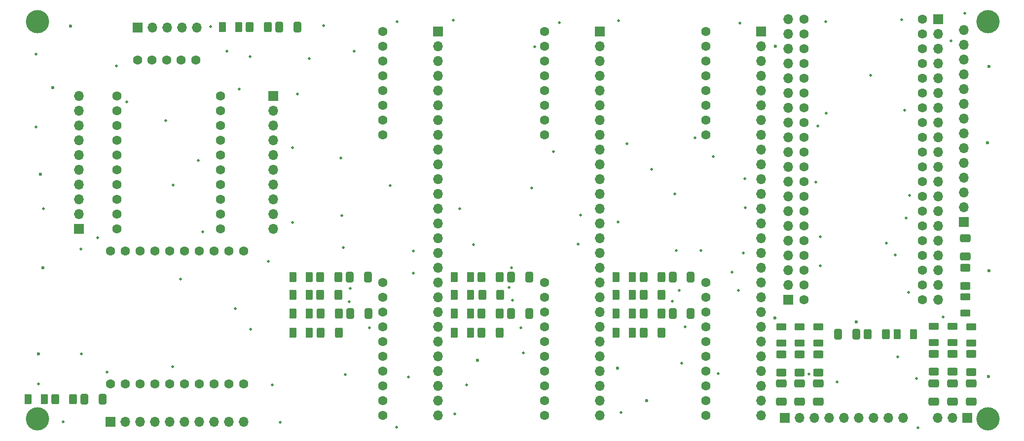
<source format=gts>
G04 #@! TF.GenerationSoftware,KiCad,Pcbnew,8.0.0*
G04 #@! TF.CreationDate,2025-01-04T20:19:00+01:00*
G04 #@! TF.ProjectId,motherbard,6d6f7468-6572-4626-9172-642e6b696361,rev?*
G04 #@! TF.SameCoordinates,Original*
G04 #@! TF.FileFunction,Soldermask,Top*
G04 #@! TF.FilePolarity,Negative*
%FSLAX46Y46*%
G04 Gerber Fmt 4.6, Leading zero omitted, Abs format (unit mm)*
G04 Created by KiCad (PCBNEW 8.0.0) date 2025-01-04 20:19:00*
%MOMM*%
%LPD*%
G01*
G04 APERTURE LIST*
G04 Aperture macros list*
%AMRoundRect*
0 Rectangle with rounded corners*
0 $1 Rounding radius*
0 $2 $3 $4 $5 $6 $7 $8 $9 X,Y pos of 4 corners*
0 Add a 4 corners polygon primitive as box body*
4,1,4,$2,$3,$4,$5,$6,$7,$8,$9,$2,$3,0*
0 Add four circle primitives for the rounded corners*
1,1,$1+$1,$2,$3*
1,1,$1+$1,$4,$5*
1,1,$1+$1,$6,$7*
1,1,$1+$1,$8,$9*
0 Add four rect primitives between the rounded corners*
20,1,$1+$1,$2,$3,$4,$5,0*
20,1,$1+$1,$4,$5,$6,$7,0*
20,1,$1+$1,$6,$7,$8,$9,0*
20,1,$1+$1,$8,$9,$2,$3,0*%
G04 Aperture macros list end*
%ADD10R,1.700000X1.700000*%
%ADD11O,1.700000X1.700000*%
%ADD12RoundRect,0.250000X-0.412500X-0.650000X0.412500X-0.650000X0.412500X0.650000X-0.412500X0.650000X0*%
%ADD13RoundRect,0.250000X-0.375000X-0.625000X0.375000X-0.625000X0.375000X0.625000X-0.375000X0.625000X0*%
%ADD14RoundRect,0.250000X-0.625000X0.400000X-0.625000X-0.400000X0.625000X-0.400000X0.625000X0.400000X0*%
%ADD15RoundRect,0.250000X-0.625000X0.375000X-0.625000X-0.375000X0.625000X-0.375000X0.625000X0.375000X0*%
%ADD16RoundRect,0.250000X-0.400000X-0.625000X0.400000X-0.625000X0.400000X0.625000X-0.400000X0.625000X0*%
%ADD17RoundRect,0.250000X0.625000X-0.375000X0.625000X0.375000X-0.625000X0.375000X-0.625000X-0.375000X0*%
%ADD18C,1.600000*%
%ADD19RoundRect,0.250000X-0.650000X0.412500X-0.650000X-0.412500X0.650000X-0.412500X0.650000X0.412500X0*%
%ADD20RoundRect,0.250000X0.375000X0.625000X-0.375000X0.625000X-0.375000X-0.625000X0.375000X-0.625000X0*%
%ADD21RoundRect,0.250000X0.412500X0.650000X-0.412500X0.650000X-0.412500X-0.650000X0.412500X-0.650000X0*%
%ADD22RoundRect,0.250000X0.625000X-0.400000X0.625000X0.400000X-0.625000X0.400000X-0.625000X-0.400000X0*%
%ADD23RoundRect,0.250000X0.400000X0.625000X-0.400000X0.625000X-0.400000X-0.625000X0.400000X-0.625000X0*%
%ADD24RoundRect,0.250000X0.650000X-0.412500X0.650000X0.412500X-0.650000X0.412500X-0.650000X-0.412500X0*%
%ADD25C,4.000000*%
%ADD26C,0.500000*%
%ADD27C,0.600000*%
G04 APERTURE END LIST*
D10*
X209025000Y-130300000D03*
D11*
X206485000Y-130300000D03*
X203945000Y-130300000D03*
D12*
X158475000Y-112400000D03*
X161600000Y-112400000D03*
D13*
X121000000Y-112400000D03*
X123800000Y-112400000D03*
D12*
X90975000Y-63100000D03*
X94100000Y-63100000D03*
D13*
X148800000Y-115700000D03*
X151600000Y-115700000D03*
X93300000Y-112400000D03*
X96100000Y-112400000D03*
D10*
X145974000Y-63900000D03*
D11*
X145974000Y-66440000D03*
X145974000Y-68980000D03*
X145974000Y-71520000D03*
X145974000Y-74060000D03*
X145974000Y-76600000D03*
X145974000Y-79140000D03*
X145974000Y-81680000D03*
X145974000Y-84220000D03*
X145974000Y-86760000D03*
X145974000Y-89300000D03*
X145974000Y-91840000D03*
X145974000Y-94380000D03*
X145974000Y-96920000D03*
X145974000Y-99460000D03*
X145974000Y-102000000D03*
X145974000Y-104540000D03*
X145974000Y-107080000D03*
X145974000Y-109620000D03*
X145974000Y-112160000D03*
X145974000Y-114700000D03*
X145974000Y-117240000D03*
X145974000Y-119780000D03*
X145974000Y-122320000D03*
X145974000Y-124860000D03*
X145974000Y-127400000D03*
X145974000Y-129940000D03*
D14*
X183500000Y-119400000D03*
X183500000Y-122500000D03*
X203290000Y-119300000D03*
X203290000Y-122400000D03*
D15*
X206500000Y-114600000D03*
X206500000Y-117400000D03*
D12*
X158475000Y-106100000D03*
X161600000Y-106100000D03*
D10*
X178320000Y-110020000D03*
D11*
X178320000Y-107480000D03*
X178320000Y-104940000D03*
X178320000Y-102400000D03*
X178320000Y-99860000D03*
X178320000Y-97320000D03*
X178320000Y-94780000D03*
X178320000Y-92240000D03*
X178320000Y-89700000D03*
X178320000Y-87160000D03*
X178320000Y-84620000D03*
X178320000Y-82080000D03*
X178320000Y-79540000D03*
X178320000Y-77000000D03*
X178320000Y-74460000D03*
X178320000Y-71920000D03*
X178320000Y-69380000D03*
X178320000Y-66840000D03*
X178320000Y-64300000D03*
X178320000Y-61760000D03*
D10*
X62000000Y-130980000D03*
D11*
X64540000Y-130980000D03*
X67080000Y-130980000D03*
X69620000Y-130980000D03*
X72160000Y-130980000D03*
X74700000Y-130980000D03*
X77240000Y-130980000D03*
X79780000Y-130980000D03*
X82320000Y-130980000D03*
X84860000Y-130980000D03*
D16*
X97997500Y-106100000D03*
X101097500Y-106100000D03*
D12*
X130775000Y-106100000D03*
X133900000Y-106100000D03*
D17*
X208700000Y-112300000D03*
X208700000Y-109500000D03*
D15*
X209700000Y-114665000D03*
X209700000Y-117465000D03*
D10*
X118248000Y-63900000D03*
D11*
X118248000Y-66440000D03*
X118248000Y-68980000D03*
X118248000Y-71520000D03*
X118248000Y-74060000D03*
X118248000Y-76600000D03*
X118248000Y-79140000D03*
X118248000Y-81680000D03*
X118248000Y-84220000D03*
X118248000Y-86760000D03*
X118248000Y-89300000D03*
X118248000Y-91840000D03*
X118248000Y-94380000D03*
X118248000Y-96920000D03*
X118248000Y-99460000D03*
X118248000Y-102000000D03*
X118248000Y-104540000D03*
X118248000Y-107080000D03*
X118248000Y-109620000D03*
X118248000Y-112160000D03*
X118248000Y-114700000D03*
X118248000Y-117240000D03*
X118248000Y-119780000D03*
X118248000Y-122320000D03*
X118248000Y-124860000D03*
X118248000Y-127400000D03*
X118248000Y-129940000D03*
D14*
X177100000Y-119400000D03*
X177100000Y-122500000D03*
D10*
X208500000Y-96625000D03*
D11*
X208500000Y-94085000D03*
X208500000Y-91545000D03*
X208500000Y-89005000D03*
X208500000Y-86465000D03*
X208500000Y-83925000D03*
X208500000Y-81385000D03*
X208500000Y-78845000D03*
X208500000Y-76305000D03*
X208500000Y-73765000D03*
X208500000Y-71225000D03*
X208500000Y-68685000D03*
X208500000Y-66145000D03*
X208500000Y-63605000D03*
D16*
X98100000Y-115700000D03*
X101200000Y-115700000D03*
X153500000Y-106100000D03*
X156600000Y-106100000D03*
D12*
X57475000Y-127100000D03*
X60600000Y-127100000D03*
D13*
X121000000Y-106100000D03*
X123800000Y-106100000D03*
D18*
X201350000Y-109980000D03*
X201350000Y-107440000D03*
X201350000Y-104900000D03*
X201350000Y-102360000D03*
X201350000Y-99820000D03*
X201350000Y-97280000D03*
X201350000Y-94740000D03*
X201350000Y-92200000D03*
X201350000Y-89660000D03*
X201350000Y-87120000D03*
X201350000Y-84580000D03*
X201350000Y-82040000D03*
X201350000Y-79500000D03*
X201350000Y-76960000D03*
X201350000Y-74420000D03*
X201350000Y-71880000D03*
X201350000Y-69340000D03*
X201350000Y-66800000D03*
X201350000Y-64260000D03*
X201350000Y-61720000D03*
X181030000Y-61720000D03*
X181030000Y-64260000D03*
X181030000Y-66800000D03*
X181030000Y-69340000D03*
X181030000Y-71880000D03*
X181030000Y-74420000D03*
X181030000Y-76960000D03*
X181030000Y-79500000D03*
X181030000Y-82040000D03*
X181030000Y-84580000D03*
X181030000Y-87120000D03*
X181030000Y-89660000D03*
X181030000Y-92200000D03*
X181030000Y-94740000D03*
X181030000Y-97280000D03*
X181030000Y-99820000D03*
X181030000Y-102360000D03*
X181030000Y-104900000D03*
X181030000Y-107440000D03*
X181030000Y-109980000D03*
D19*
X203290000Y-124375000D03*
X203290000Y-127500000D03*
D16*
X98100000Y-112400000D03*
X101200000Y-112400000D03*
X125800000Y-109200000D03*
X128900000Y-109200000D03*
D13*
X121000000Y-109200000D03*
X123800000Y-109200000D03*
D19*
X206500000Y-124375000D03*
X206500000Y-127500000D03*
D13*
X93300000Y-115700000D03*
X96100000Y-115700000D03*
D15*
X203300000Y-114600000D03*
X203300000Y-117400000D03*
X177100000Y-114700000D03*
X177100000Y-117500000D03*
D20*
X199800000Y-115900000D03*
X197000000Y-115900000D03*
D19*
X180300000Y-124375000D03*
X180300000Y-127500000D03*
D13*
X148800000Y-106100000D03*
X151600000Y-106100000D03*
D10*
X56600000Y-97820000D03*
D11*
X56600000Y-95280000D03*
X56600000Y-92740000D03*
X56600000Y-90200000D03*
X56600000Y-87660000D03*
X56600000Y-85120000D03*
X56600000Y-82580000D03*
X56600000Y-80040000D03*
X56600000Y-77500000D03*
X56600000Y-74960000D03*
D16*
X125700000Y-112400000D03*
X128800000Y-112400000D03*
D13*
X93300000Y-106100000D03*
X96100000Y-106100000D03*
D16*
X153500000Y-112400000D03*
X156600000Y-112400000D03*
X153500000Y-115700000D03*
X156600000Y-115700000D03*
D12*
X103075000Y-106100000D03*
X106200000Y-106100000D03*
D18*
X108760000Y-129900000D03*
X108760000Y-127360000D03*
X108760000Y-124820000D03*
X108760000Y-122280000D03*
X108760000Y-119740000D03*
X108760000Y-117200000D03*
X108760000Y-114660000D03*
X108760000Y-112120000D03*
X108760000Y-109580000D03*
X108760000Y-107040000D03*
X108760000Y-81640000D03*
X108760000Y-79100000D03*
X108760000Y-76560000D03*
X108760000Y-74020000D03*
X108760000Y-71480000D03*
X108760000Y-68940000D03*
X108760000Y-66400000D03*
X108760000Y-63860000D03*
D15*
X183520000Y-114677500D03*
X183520000Y-117477500D03*
D10*
X204070000Y-61720000D03*
D11*
X204070000Y-64260000D03*
X204070000Y-66800000D03*
X204070000Y-69340000D03*
X204070000Y-71880000D03*
X204070000Y-74420000D03*
X204070000Y-76960000D03*
X204070000Y-79500000D03*
X204070000Y-82040000D03*
X204070000Y-84580000D03*
X204070000Y-87120000D03*
X204070000Y-89660000D03*
X204070000Y-92200000D03*
X204070000Y-94740000D03*
X204070000Y-97280000D03*
X204070000Y-99820000D03*
X204070000Y-102360000D03*
X204070000Y-104900000D03*
X204070000Y-107440000D03*
X204070000Y-109980000D03*
D16*
X98000000Y-109200000D03*
X101100000Y-109200000D03*
D10*
X66640000Y-63200000D03*
D11*
X69180000Y-63200000D03*
X71720000Y-63200000D03*
X74260000Y-63200000D03*
X76800000Y-63200000D03*
D16*
X153500000Y-109200000D03*
X156600000Y-109200000D03*
X125700000Y-115700000D03*
X128800000Y-115700000D03*
D10*
X89900000Y-74950000D03*
D11*
X89900000Y-77490000D03*
X89900000Y-80030000D03*
X89900000Y-82570000D03*
X89900000Y-85110000D03*
X89900000Y-87650000D03*
X89900000Y-90190000D03*
X89900000Y-92730000D03*
X89900000Y-95270000D03*
X89900000Y-97810000D03*
D13*
X47840000Y-127100000D03*
X50640000Y-127100000D03*
D14*
X180300000Y-119400000D03*
X180300000Y-122500000D03*
X206500000Y-119300000D03*
X206500000Y-122400000D03*
D16*
X52500000Y-127100000D03*
X55600000Y-127100000D03*
D21*
X190025000Y-115900000D03*
X186900000Y-115900000D03*
D13*
X121000000Y-115700000D03*
X123800000Y-115700000D03*
D18*
X164212000Y-129900000D03*
X164212000Y-127360000D03*
X164212000Y-124820000D03*
X164212000Y-122280000D03*
X164212000Y-119740000D03*
X164212000Y-117200000D03*
X164212000Y-114660000D03*
X164212000Y-112120000D03*
X164212000Y-109580000D03*
X164212000Y-107040000D03*
X164212000Y-81640000D03*
X164212000Y-79100000D03*
X164212000Y-76560000D03*
X164212000Y-74020000D03*
X164212000Y-71480000D03*
X164212000Y-68940000D03*
X164212000Y-66400000D03*
X164212000Y-63860000D03*
D15*
X180300000Y-114700000D03*
X180300000Y-117500000D03*
D18*
X84860000Y-124500000D03*
X82320000Y-124500000D03*
X79780000Y-124500000D03*
X77240000Y-124500000D03*
X74700000Y-124500000D03*
X72160000Y-124500000D03*
X69620000Y-124500000D03*
X67080000Y-124500000D03*
X64540000Y-124500000D03*
X62000000Y-124500000D03*
X84860000Y-101640000D03*
X82320000Y-101640000D03*
X79780000Y-101640000D03*
X77240000Y-101640000D03*
X74700000Y-101640000D03*
X72160000Y-101640000D03*
X69620000Y-101640000D03*
X67080000Y-101640000D03*
X64540000Y-101640000D03*
X62000000Y-101640000D03*
X63120000Y-97800000D03*
X63120000Y-95260000D03*
X63120000Y-92720000D03*
X63120000Y-90180000D03*
X63120000Y-87640000D03*
X63120000Y-85100000D03*
X63120000Y-82560000D03*
X63120000Y-80020000D03*
X63120000Y-77480000D03*
X80900000Y-97800000D03*
X80900000Y-95260000D03*
X80900000Y-92720000D03*
X80900000Y-90180000D03*
X80900000Y-87640000D03*
X80900000Y-85100000D03*
X80900000Y-82560000D03*
X80900000Y-80020000D03*
X80900000Y-77480000D03*
X66620000Y-68810000D03*
X69120000Y-68810000D03*
X71620000Y-68810000D03*
X74120000Y-68810000D03*
X76620000Y-68810000D03*
X63120000Y-74940000D03*
X80900000Y-74940000D03*
D22*
X208700000Y-107600000D03*
X208700000Y-104500000D03*
D19*
X177100000Y-124375000D03*
X177100000Y-127500000D03*
D23*
X195100000Y-115900000D03*
X192000000Y-115900000D03*
D13*
X148800000Y-112400000D03*
X151600000Y-112400000D03*
D24*
X208700000Y-102525000D03*
X208700000Y-99400000D03*
D12*
X103175000Y-112400000D03*
X106300000Y-112400000D03*
D19*
X209700000Y-124400000D03*
X209700000Y-127525000D03*
D13*
X148800000Y-109200000D03*
X151600000Y-109200000D03*
D10*
X177760000Y-130300000D03*
D11*
X180300000Y-130300000D03*
X182840000Y-130300000D03*
X185380000Y-130300000D03*
X187920000Y-130300000D03*
X190460000Y-130300000D03*
X193000000Y-130300000D03*
X195540000Y-130300000D03*
X198080000Y-130300000D03*
D12*
X130775000Y-112400000D03*
X133900000Y-112400000D03*
D18*
X136486000Y-129900000D03*
X136486000Y-127360000D03*
X136486000Y-124820000D03*
X136486000Y-122280000D03*
X136486000Y-119740000D03*
X136486000Y-117200000D03*
X136486000Y-114660000D03*
X136486000Y-112120000D03*
X136486000Y-109580000D03*
X136486000Y-107040000D03*
X136486000Y-81640000D03*
X136486000Y-79100000D03*
X136486000Y-76560000D03*
X136486000Y-74020000D03*
X136486000Y-71480000D03*
X136486000Y-68940000D03*
X136486000Y-66400000D03*
X136486000Y-63860000D03*
D13*
X81200000Y-63100000D03*
X84000000Y-63100000D03*
D10*
X173700000Y-63900000D03*
D11*
X173700000Y-66440000D03*
X173700000Y-68980000D03*
X173700000Y-71520000D03*
X173700000Y-74060000D03*
X173700000Y-76600000D03*
X173700000Y-79140000D03*
X173700000Y-81680000D03*
X173700000Y-84220000D03*
X173700000Y-86760000D03*
X173700000Y-89300000D03*
X173700000Y-91840000D03*
X173700000Y-94380000D03*
X173700000Y-96920000D03*
X173700000Y-99460000D03*
X173700000Y-102000000D03*
X173700000Y-104540000D03*
X173700000Y-107080000D03*
X173700000Y-109620000D03*
X173700000Y-112160000D03*
X173700000Y-114700000D03*
X173700000Y-117240000D03*
X173700000Y-119780000D03*
X173700000Y-122320000D03*
X173700000Y-124860000D03*
X173700000Y-127400000D03*
X173700000Y-129940000D03*
D16*
X125700000Y-106100000D03*
X128800000Y-106100000D03*
D19*
X183500000Y-124375000D03*
X183500000Y-127500000D03*
D16*
X85900000Y-63080000D03*
X89000000Y-63080000D03*
D13*
X93300000Y-109200000D03*
X96100000Y-109200000D03*
D14*
X209700000Y-119325000D03*
X209700000Y-122425000D03*
D25*
X49500000Y-62200000D03*
X49500000Y-130500000D03*
X212600000Y-130500000D03*
X212600000Y-62200000D03*
D26*
X72740000Y-90290000D03*
X168680000Y-105240000D03*
X198330000Y-77450000D03*
X196670000Y-102290000D03*
X199160000Y-92040000D03*
X103110000Y-108070000D03*
X98580000Y-62870000D03*
X106460000Y-114840000D03*
X162310000Y-82120000D03*
X169990000Y-62410000D03*
X197810000Y-61810000D03*
X130440000Y-107920000D03*
X85960000Y-68190000D03*
X111130000Y-131920000D03*
X113980000Y-105440000D03*
X183810000Y-104190000D03*
X163360000Y-101560000D03*
X181860000Y-122800000D03*
X149630000Y-129420000D03*
D27*
X212800000Y-69900000D03*
X52100000Y-73500000D03*
D26*
X93240000Y-83880000D03*
X121110000Y-129620000D03*
X111220000Y-62140000D03*
X83420000Y-111550000D03*
X53900000Y-131000000D03*
X149100000Y-96640000D03*
X138060000Y-84550000D03*
X200350000Y-123570000D03*
X89050000Y-103400000D03*
X132900000Y-119170000D03*
X183090000Y-89800000D03*
X208620000Y-60700000D03*
X77030000Y-86060000D03*
X89770000Y-124690000D03*
X123110000Y-124690000D03*
X139010000Y-62340000D03*
X204940000Y-113000000D03*
X197090000Y-119820000D03*
X170980000Y-94210000D03*
X101990000Y-101040000D03*
X121970000Y-94340000D03*
X103830000Y-67270000D03*
X159610000Y-108400000D03*
X130970000Y-110100000D03*
X195160000Y-100250000D03*
X124270000Y-100510000D03*
X159090000Y-101560000D03*
X71510000Y-79230000D03*
X130830000Y-104510000D03*
X166310000Y-122720000D03*
X186700000Y-124160000D03*
X61430000Y-122480000D03*
X183810000Y-99190000D03*
X170650000Y-101960000D03*
X102260000Y-122850000D03*
X142660000Y-95450000D03*
X169800000Y-108400000D03*
X170870000Y-89140000D03*
X192490000Y-71400000D03*
X158850000Y-91770000D03*
D27*
X49600000Y-119300000D03*
D26*
X165480000Y-85400000D03*
X77820000Y-98340000D03*
D27*
X55100000Y-62900000D03*
D26*
X79150000Y-63030000D03*
X91150000Y-131130000D03*
X93240000Y-96690000D03*
X113120000Y-123310000D03*
X102980000Y-110370000D03*
X134800000Y-66480000D03*
X84080000Y-73770000D03*
X113980000Y-101630000D03*
X64760000Y-76000000D03*
D27*
X212800000Y-105000000D03*
D26*
X150610000Y-83170000D03*
X49240000Y-67730000D03*
X134280000Y-90790000D03*
D27*
X212700000Y-123200000D03*
D26*
X57000000Y-119290000D03*
X72630000Y-121540000D03*
X101670000Y-95520000D03*
X94070000Y-74620000D03*
X50490000Y-94340000D03*
X86080000Y-115090000D03*
X56940000Y-101290000D03*
X183400000Y-80150000D03*
X63030000Y-69770000D03*
X96080000Y-68520000D03*
X142270000Y-100450000D03*
X184730000Y-62210000D03*
X160660000Y-114700000D03*
X198570000Y-95980000D03*
X101530000Y-85600000D03*
D27*
X212500000Y-83000000D03*
D26*
X74010000Y-106430000D03*
X149170000Y-62010000D03*
X184840000Y-77910000D03*
X200610000Y-132050000D03*
X158430000Y-110240000D03*
X206290000Y-65470000D03*
X49630000Y-124490000D03*
X59760000Y-99380000D03*
D27*
X50400000Y-104500000D03*
D26*
X120810000Y-61940000D03*
X110030000Y-90390000D03*
X82000000Y-67230000D03*
X49240000Y-80280000D03*
D27*
X50000000Y-88400000D03*
D26*
X132410000Y-114840000D03*
X160030000Y-120940000D03*
X154840000Y-87570000D03*
X198970000Y-108730000D03*
D27*
X176100000Y-66400000D03*
X190000000Y-113800000D03*
X176000000Y-113100000D03*
X154060000Y-127380000D03*
X149000000Y-121800000D03*
X125000000Y-120400000D03*
M02*

</source>
